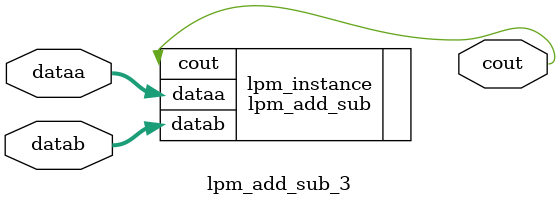
<source format=v>



module lpm_add_sub_3(dataa,datab,cout);
input [3:0] dataa;
input [3:0] datab;
output cout;

lpm_add_sub	lpm_instance(.dataa(dataa),.datab(datab),.cout(cout));
	defparam	lpm_instance.LPM_WIDTH = 4;

endmodule

</source>
